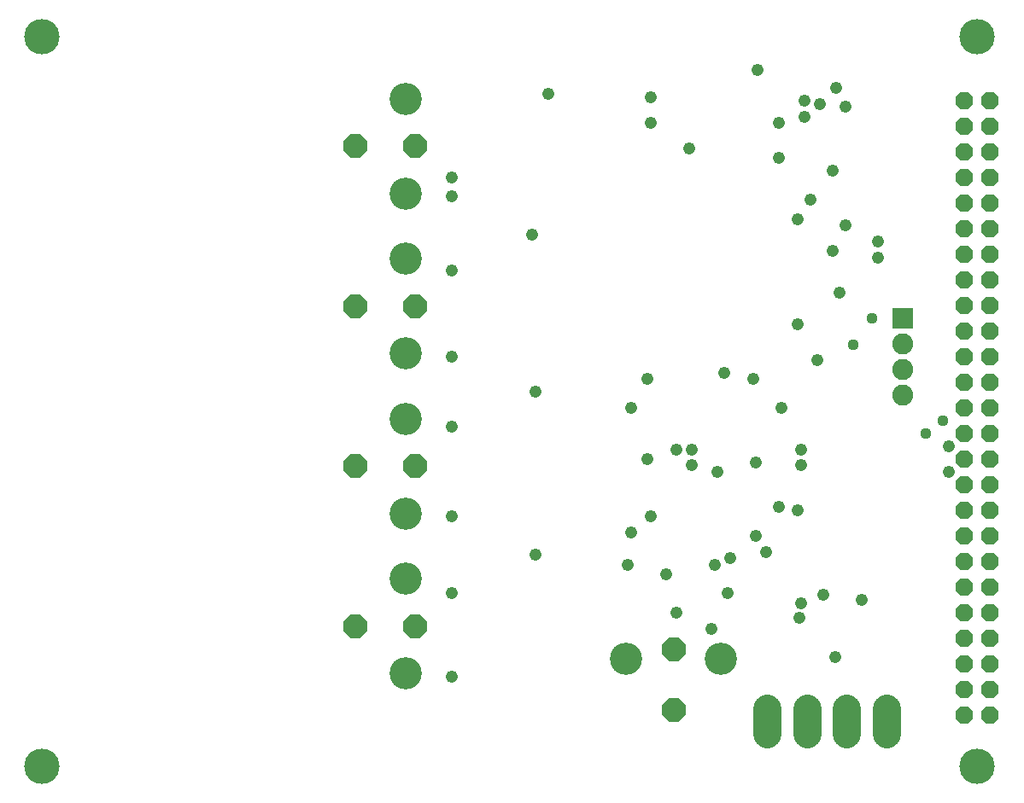
<source format=gbs>
G75*
G70*
%OFA0B0*%
%FSLAX24Y24*%
%IPPOS*%
%LPD*%
%AMOC8*
5,1,8,0,0,1.08239X$1,22.5*
%
%ADD10C,0.1261*%
%ADD11OC8,0.0907*%
%ADD12C,0.1084*%
%ADD13C,0.1380*%
%ADD14OC8,0.0674*%
%ADD15R,0.0820X0.0820*%
%ADD16C,0.0820*%
%ADD17C,0.0476*%
%ADD18C,0.0440*%
D10*
X015844Y005400D03*
X015844Y009101D03*
X015844Y011650D03*
X015844Y015351D03*
X015844Y017900D03*
X015844Y021601D03*
X015844Y024150D03*
X015844Y027851D03*
X024449Y005969D03*
X028150Y005969D03*
D11*
X026300Y006331D03*
X026300Y003985D03*
X016206Y007250D03*
X013860Y007250D03*
X013860Y013500D03*
X016206Y013500D03*
X016206Y019750D03*
X013860Y019750D03*
X013860Y026000D03*
X016206Y026000D03*
D12*
X029936Y004027D02*
X029936Y003023D01*
X031495Y003023D02*
X031495Y004027D01*
X033055Y004027D02*
X033055Y003023D01*
X034614Y003023D02*
X034614Y004027D01*
D13*
X001650Y001775D03*
X038150Y001775D03*
X038150Y030275D03*
X001650Y030275D03*
D14*
X037650Y027775D03*
X038650Y027775D03*
X038650Y026775D03*
X037650Y026775D03*
X037650Y025775D03*
X038650Y025775D03*
X038650Y024775D03*
X037650Y024775D03*
X037650Y023775D03*
X038650Y023775D03*
X038650Y022775D03*
X037650Y022775D03*
X037650Y021775D03*
X038650Y021775D03*
X038650Y020775D03*
X037650Y020775D03*
X037650Y019775D03*
X038650Y019775D03*
X038650Y018775D03*
X037650Y018775D03*
X037650Y017775D03*
X038650Y017775D03*
X038650Y016775D03*
X037650Y016775D03*
X037650Y015775D03*
X038650Y015775D03*
X038650Y014775D03*
X037650Y014775D03*
X037650Y013775D03*
X038650Y013775D03*
X038650Y012775D03*
X037650Y012775D03*
X037650Y011775D03*
X038650Y011775D03*
X038650Y010775D03*
X037650Y010775D03*
X037650Y009775D03*
X038650Y009775D03*
X038650Y008775D03*
X037650Y008775D03*
X037650Y007775D03*
X038650Y007775D03*
X038650Y006775D03*
X037650Y006775D03*
X037650Y005775D03*
X038650Y005775D03*
X038650Y004775D03*
X037650Y004775D03*
X037650Y003775D03*
X038650Y003775D03*
D15*
X035250Y019275D03*
D16*
X035250Y018275D03*
X035250Y017275D03*
X035250Y016275D03*
D17*
X037050Y014275D03*
X037050Y013275D03*
X031275Y013525D03*
X031275Y014150D03*
X029525Y013650D03*
X028025Y013275D03*
X027025Y013525D03*
X027025Y014150D03*
X026400Y014150D03*
X025275Y013775D03*
X024650Y015775D03*
X025275Y016900D03*
X028275Y017150D03*
X029400Y016900D03*
X030525Y015775D03*
X031900Y017650D03*
X031150Y019025D03*
X032775Y020275D03*
X034275Y021650D03*
X034275Y022275D03*
X033025Y022900D03*
X032525Y021900D03*
X031150Y023150D03*
X031650Y023900D03*
X032525Y025025D03*
X030400Y025525D03*
X030400Y026900D03*
X031400Y027150D03*
X031400Y027775D03*
X032025Y027650D03*
X032650Y028275D03*
X033025Y027525D03*
X029588Y028963D03*
X026900Y025900D03*
X025400Y026900D03*
X025400Y027900D03*
X021400Y028025D03*
X017650Y024775D03*
X017650Y024025D03*
X020775Y022525D03*
X017650Y021150D03*
X017650Y017775D03*
X017650Y015025D03*
X020900Y016400D03*
X017650Y011525D03*
X020900Y010025D03*
X017650Y008525D03*
X017650Y005275D03*
X024525Y009650D03*
X024650Y010900D03*
X025400Y011525D03*
X027900Y009650D03*
X028525Y009900D03*
X029525Y010775D03*
X029900Y010150D03*
X031150Y011775D03*
X030400Y011900D03*
X026025Y009275D03*
X026400Y007775D03*
X027775Y007150D03*
X028400Y008525D03*
X031275Y008150D03*
X031200Y007575D03*
X032150Y008475D03*
X033650Y008275D03*
X032600Y006025D03*
D18*
X036150Y014775D03*
X036800Y015275D03*
X033300Y018225D03*
X034050Y019275D03*
M02*

</source>
